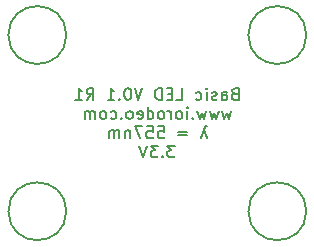
<source format=gbr>
%TF.GenerationSoftware,KiCad,Pcbnew,7.0.2-6a45011f42~172~ubuntu22.04.1*%
%TF.CreationDate,2023-09-05T10:17:09-07:00*%
%TF.ProjectId,basic_led,62617369-635f-46c6-9564-2e6b69636164,rev?*%
%TF.SameCoordinates,Original*%
%TF.FileFunction,Legend,Bot*%
%TF.FilePolarity,Positive*%
%FSLAX46Y46*%
G04 Gerber Fmt 4.6, Leading zero omitted, Abs format (unit mm)*
G04 Created by KiCad (PCBNEW 7.0.2-6a45011f42~172~ubuntu22.04.1) date 2023-09-05 10:17:09*
%MOMM*%
%LPD*%
G01*
G04 APERTURE LIST*
%ADD10C,0.150000*%
G04 APERTURE END LIST*
D10*
X69247619Y-57508809D02*
X69104762Y-57556428D01*
X69104762Y-57556428D02*
X69057143Y-57604047D01*
X69057143Y-57604047D02*
X69009524Y-57699285D01*
X69009524Y-57699285D02*
X69009524Y-57842142D01*
X69009524Y-57842142D02*
X69057143Y-57937380D01*
X69057143Y-57937380D02*
X69104762Y-57985000D01*
X69104762Y-57985000D02*
X69200000Y-58032619D01*
X69200000Y-58032619D02*
X69580952Y-58032619D01*
X69580952Y-58032619D02*
X69580952Y-57032619D01*
X69580952Y-57032619D02*
X69247619Y-57032619D01*
X69247619Y-57032619D02*
X69152381Y-57080238D01*
X69152381Y-57080238D02*
X69104762Y-57127857D01*
X69104762Y-57127857D02*
X69057143Y-57223095D01*
X69057143Y-57223095D02*
X69057143Y-57318333D01*
X69057143Y-57318333D02*
X69104762Y-57413571D01*
X69104762Y-57413571D02*
X69152381Y-57461190D01*
X69152381Y-57461190D02*
X69247619Y-57508809D01*
X69247619Y-57508809D02*
X69580952Y-57508809D01*
X68152381Y-58032619D02*
X68152381Y-57508809D01*
X68152381Y-57508809D02*
X68200000Y-57413571D01*
X68200000Y-57413571D02*
X68295238Y-57365952D01*
X68295238Y-57365952D02*
X68485714Y-57365952D01*
X68485714Y-57365952D02*
X68580952Y-57413571D01*
X68152381Y-57985000D02*
X68247619Y-58032619D01*
X68247619Y-58032619D02*
X68485714Y-58032619D01*
X68485714Y-58032619D02*
X68580952Y-57985000D01*
X68580952Y-57985000D02*
X68628571Y-57889761D01*
X68628571Y-57889761D02*
X68628571Y-57794523D01*
X68628571Y-57794523D02*
X68580952Y-57699285D01*
X68580952Y-57699285D02*
X68485714Y-57651666D01*
X68485714Y-57651666D02*
X68247619Y-57651666D01*
X68247619Y-57651666D02*
X68152381Y-57604047D01*
X67723809Y-57985000D02*
X67628571Y-58032619D01*
X67628571Y-58032619D02*
X67438095Y-58032619D01*
X67438095Y-58032619D02*
X67342857Y-57985000D01*
X67342857Y-57985000D02*
X67295238Y-57889761D01*
X67295238Y-57889761D02*
X67295238Y-57842142D01*
X67295238Y-57842142D02*
X67342857Y-57746904D01*
X67342857Y-57746904D02*
X67438095Y-57699285D01*
X67438095Y-57699285D02*
X67580952Y-57699285D01*
X67580952Y-57699285D02*
X67676190Y-57651666D01*
X67676190Y-57651666D02*
X67723809Y-57556428D01*
X67723809Y-57556428D02*
X67723809Y-57508809D01*
X67723809Y-57508809D02*
X67676190Y-57413571D01*
X67676190Y-57413571D02*
X67580952Y-57365952D01*
X67580952Y-57365952D02*
X67438095Y-57365952D01*
X67438095Y-57365952D02*
X67342857Y-57413571D01*
X66866666Y-58032619D02*
X66866666Y-57365952D01*
X66866666Y-57032619D02*
X66914285Y-57080238D01*
X66914285Y-57080238D02*
X66866666Y-57127857D01*
X66866666Y-57127857D02*
X66819047Y-57080238D01*
X66819047Y-57080238D02*
X66866666Y-57032619D01*
X66866666Y-57032619D02*
X66866666Y-57127857D01*
X65961905Y-57985000D02*
X66057143Y-58032619D01*
X66057143Y-58032619D02*
X66247619Y-58032619D01*
X66247619Y-58032619D02*
X66342857Y-57985000D01*
X66342857Y-57985000D02*
X66390476Y-57937380D01*
X66390476Y-57937380D02*
X66438095Y-57842142D01*
X66438095Y-57842142D02*
X66438095Y-57556428D01*
X66438095Y-57556428D02*
X66390476Y-57461190D01*
X66390476Y-57461190D02*
X66342857Y-57413571D01*
X66342857Y-57413571D02*
X66247619Y-57365952D01*
X66247619Y-57365952D02*
X66057143Y-57365952D01*
X66057143Y-57365952D02*
X65961905Y-57413571D01*
X64295238Y-58032619D02*
X64771428Y-58032619D01*
X64771428Y-58032619D02*
X64771428Y-57032619D01*
X63961904Y-57508809D02*
X63628571Y-57508809D01*
X63485714Y-58032619D02*
X63961904Y-58032619D01*
X63961904Y-58032619D02*
X63961904Y-57032619D01*
X63961904Y-57032619D02*
X63485714Y-57032619D01*
X63057142Y-58032619D02*
X63057142Y-57032619D01*
X63057142Y-57032619D02*
X62819047Y-57032619D01*
X62819047Y-57032619D02*
X62676190Y-57080238D01*
X62676190Y-57080238D02*
X62580952Y-57175476D01*
X62580952Y-57175476D02*
X62533333Y-57270714D01*
X62533333Y-57270714D02*
X62485714Y-57461190D01*
X62485714Y-57461190D02*
X62485714Y-57604047D01*
X62485714Y-57604047D02*
X62533333Y-57794523D01*
X62533333Y-57794523D02*
X62580952Y-57889761D01*
X62580952Y-57889761D02*
X62676190Y-57985000D01*
X62676190Y-57985000D02*
X62819047Y-58032619D01*
X62819047Y-58032619D02*
X63057142Y-58032619D01*
X61438094Y-57032619D02*
X61104761Y-58032619D01*
X61104761Y-58032619D02*
X60771428Y-57032619D01*
X60247618Y-57032619D02*
X60152380Y-57032619D01*
X60152380Y-57032619D02*
X60057142Y-57080238D01*
X60057142Y-57080238D02*
X60009523Y-57127857D01*
X60009523Y-57127857D02*
X59961904Y-57223095D01*
X59961904Y-57223095D02*
X59914285Y-57413571D01*
X59914285Y-57413571D02*
X59914285Y-57651666D01*
X59914285Y-57651666D02*
X59961904Y-57842142D01*
X59961904Y-57842142D02*
X60009523Y-57937380D01*
X60009523Y-57937380D02*
X60057142Y-57985000D01*
X60057142Y-57985000D02*
X60152380Y-58032619D01*
X60152380Y-58032619D02*
X60247618Y-58032619D01*
X60247618Y-58032619D02*
X60342856Y-57985000D01*
X60342856Y-57985000D02*
X60390475Y-57937380D01*
X60390475Y-57937380D02*
X60438094Y-57842142D01*
X60438094Y-57842142D02*
X60485713Y-57651666D01*
X60485713Y-57651666D02*
X60485713Y-57413571D01*
X60485713Y-57413571D02*
X60438094Y-57223095D01*
X60438094Y-57223095D02*
X60390475Y-57127857D01*
X60390475Y-57127857D02*
X60342856Y-57080238D01*
X60342856Y-57080238D02*
X60247618Y-57032619D01*
X59485713Y-57937380D02*
X59438094Y-57985000D01*
X59438094Y-57985000D02*
X59485713Y-58032619D01*
X59485713Y-58032619D02*
X59533332Y-57985000D01*
X59533332Y-57985000D02*
X59485713Y-57937380D01*
X59485713Y-57937380D02*
X59485713Y-58032619D01*
X58485714Y-58032619D02*
X59057142Y-58032619D01*
X58771428Y-58032619D02*
X58771428Y-57032619D01*
X58771428Y-57032619D02*
X58866666Y-57175476D01*
X58866666Y-57175476D02*
X58961904Y-57270714D01*
X58961904Y-57270714D02*
X59057142Y-57318333D01*
X56723809Y-58032619D02*
X57057142Y-57556428D01*
X57295237Y-58032619D02*
X57295237Y-57032619D01*
X57295237Y-57032619D02*
X56914285Y-57032619D01*
X56914285Y-57032619D02*
X56819047Y-57080238D01*
X56819047Y-57080238D02*
X56771428Y-57127857D01*
X56771428Y-57127857D02*
X56723809Y-57223095D01*
X56723809Y-57223095D02*
X56723809Y-57365952D01*
X56723809Y-57365952D02*
X56771428Y-57461190D01*
X56771428Y-57461190D02*
X56819047Y-57508809D01*
X56819047Y-57508809D02*
X56914285Y-57556428D01*
X56914285Y-57556428D02*
X57295237Y-57556428D01*
X55771428Y-58032619D02*
X56342856Y-58032619D01*
X56057142Y-58032619D02*
X56057142Y-57032619D01*
X56057142Y-57032619D02*
X56152380Y-57175476D01*
X56152380Y-57175476D02*
X56247618Y-57270714D01*
X56247618Y-57270714D02*
X56342856Y-57318333D01*
X68938094Y-58985952D02*
X68747618Y-59652619D01*
X68747618Y-59652619D02*
X68557142Y-59176428D01*
X68557142Y-59176428D02*
X68366666Y-59652619D01*
X68366666Y-59652619D02*
X68176190Y-58985952D01*
X67890475Y-58985952D02*
X67699999Y-59652619D01*
X67699999Y-59652619D02*
X67509523Y-59176428D01*
X67509523Y-59176428D02*
X67319047Y-59652619D01*
X67319047Y-59652619D02*
X67128571Y-58985952D01*
X66842856Y-58985952D02*
X66652380Y-59652619D01*
X66652380Y-59652619D02*
X66461904Y-59176428D01*
X66461904Y-59176428D02*
X66271428Y-59652619D01*
X66271428Y-59652619D02*
X66080952Y-58985952D01*
X65699999Y-59557380D02*
X65652380Y-59605000D01*
X65652380Y-59605000D02*
X65699999Y-59652619D01*
X65699999Y-59652619D02*
X65747618Y-59605000D01*
X65747618Y-59605000D02*
X65699999Y-59557380D01*
X65699999Y-59557380D02*
X65699999Y-59652619D01*
X65223809Y-59652619D02*
X65223809Y-58985952D01*
X65223809Y-58652619D02*
X65271428Y-58700238D01*
X65271428Y-58700238D02*
X65223809Y-58747857D01*
X65223809Y-58747857D02*
X65176190Y-58700238D01*
X65176190Y-58700238D02*
X65223809Y-58652619D01*
X65223809Y-58652619D02*
X65223809Y-58747857D01*
X64604762Y-59652619D02*
X64700000Y-59605000D01*
X64700000Y-59605000D02*
X64747619Y-59557380D01*
X64747619Y-59557380D02*
X64795238Y-59462142D01*
X64795238Y-59462142D02*
X64795238Y-59176428D01*
X64795238Y-59176428D02*
X64747619Y-59081190D01*
X64747619Y-59081190D02*
X64700000Y-59033571D01*
X64700000Y-59033571D02*
X64604762Y-58985952D01*
X64604762Y-58985952D02*
X64461905Y-58985952D01*
X64461905Y-58985952D02*
X64366667Y-59033571D01*
X64366667Y-59033571D02*
X64319048Y-59081190D01*
X64319048Y-59081190D02*
X64271429Y-59176428D01*
X64271429Y-59176428D02*
X64271429Y-59462142D01*
X64271429Y-59462142D02*
X64319048Y-59557380D01*
X64319048Y-59557380D02*
X64366667Y-59605000D01*
X64366667Y-59605000D02*
X64461905Y-59652619D01*
X64461905Y-59652619D02*
X64604762Y-59652619D01*
X63842857Y-59652619D02*
X63842857Y-58985952D01*
X63842857Y-59176428D02*
X63795238Y-59081190D01*
X63795238Y-59081190D02*
X63747619Y-59033571D01*
X63747619Y-59033571D02*
X63652381Y-58985952D01*
X63652381Y-58985952D02*
X63557143Y-58985952D01*
X63080952Y-59652619D02*
X63176190Y-59605000D01*
X63176190Y-59605000D02*
X63223809Y-59557380D01*
X63223809Y-59557380D02*
X63271428Y-59462142D01*
X63271428Y-59462142D02*
X63271428Y-59176428D01*
X63271428Y-59176428D02*
X63223809Y-59081190D01*
X63223809Y-59081190D02*
X63176190Y-59033571D01*
X63176190Y-59033571D02*
X63080952Y-58985952D01*
X63080952Y-58985952D02*
X62938095Y-58985952D01*
X62938095Y-58985952D02*
X62842857Y-59033571D01*
X62842857Y-59033571D02*
X62795238Y-59081190D01*
X62795238Y-59081190D02*
X62747619Y-59176428D01*
X62747619Y-59176428D02*
X62747619Y-59462142D01*
X62747619Y-59462142D02*
X62795238Y-59557380D01*
X62795238Y-59557380D02*
X62842857Y-59605000D01*
X62842857Y-59605000D02*
X62938095Y-59652619D01*
X62938095Y-59652619D02*
X63080952Y-59652619D01*
X61890476Y-59652619D02*
X61890476Y-58652619D01*
X61890476Y-59605000D02*
X61985714Y-59652619D01*
X61985714Y-59652619D02*
X62176190Y-59652619D01*
X62176190Y-59652619D02*
X62271428Y-59605000D01*
X62271428Y-59605000D02*
X62319047Y-59557380D01*
X62319047Y-59557380D02*
X62366666Y-59462142D01*
X62366666Y-59462142D02*
X62366666Y-59176428D01*
X62366666Y-59176428D02*
X62319047Y-59081190D01*
X62319047Y-59081190D02*
X62271428Y-59033571D01*
X62271428Y-59033571D02*
X62176190Y-58985952D01*
X62176190Y-58985952D02*
X61985714Y-58985952D01*
X61985714Y-58985952D02*
X61890476Y-59033571D01*
X61033333Y-59605000D02*
X61128571Y-59652619D01*
X61128571Y-59652619D02*
X61319047Y-59652619D01*
X61319047Y-59652619D02*
X61414285Y-59605000D01*
X61414285Y-59605000D02*
X61461904Y-59509761D01*
X61461904Y-59509761D02*
X61461904Y-59128809D01*
X61461904Y-59128809D02*
X61414285Y-59033571D01*
X61414285Y-59033571D02*
X61319047Y-58985952D01*
X61319047Y-58985952D02*
X61128571Y-58985952D01*
X61128571Y-58985952D02*
X61033333Y-59033571D01*
X61033333Y-59033571D02*
X60985714Y-59128809D01*
X60985714Y-59128809D02*
X60985714Y-59224047D01*
X60985714Y-59224047D02*
X61461904Y-59319285D01*
X60414285Y-59652619D02*
X60509523Y-59605000D01*
X60509523Y-59605000D02*
X60557142Y-59557380D01*
X60557142Y-59557380D02*
X60604761Y-59462142D01*
X60604761Y-59462142D02*
X60604761Y-59176428D01*
X60604761Y-59176428D02*
X60557142Y-59081190D01*
X60557142Y-59081190D02*
X60509523Y-59033571D01*
X60509523Y-59033571D02*
X60414285Y-58985952D01*
X60414285Y-58985952D02*
X60271428Y-58985952D01*
X60271428Y-58985952D02*
X60176190Y-59033571D01*
X60176190Y-59033571D02*
X60128571Y-59081190D01*
X60128571Y-59081190D02*
X60080952Y-59176428D01*
X60080952Y-59176428D02*
X60080952Y-59462142D01*
X60080952Y-59462142D02*
X60128571Y-59557380D01*
X60128571Y-59557380D02*
X60176190Y-59605000D01*
X60176190Y-59605000D02*
X60271428Y-59652619D01*
X60271428Y-59652619D02*
X60414285Y-59652619D01*
X59652380Y-59557380D02*
X59604761Y-59605000D01*
X59604761Y-59605000D02*
X59652380Y-59652619D01*
X59652380Y-59652619D02*
X59699999Y-59605000D01*
X59699999Y-59605000D02*
X59652380Y-59557380D01*
X59652380Y-59557380D02*
X59652380Y-59652619D01*
X58747619Y-59605000D02*
X58842857Y-59652619D01*
X58842857Y-59652619D02*
X59033333Y-59652619D01*
X59033333Y-59652619D02*
X59128571Y-59605000D01*
X59128571Y-59605000D02*
X59176190Y-59557380D01*
X59176190Y-59557380D02*
X59223809Y-59462142D01*
X59223809Y-59462142D02*
X59223809Y-59176428D01*
X59223809Y-59176428D02*
X59176190Y-59081190D01*
X59176190Y-59081190D02*
X59128571Y-59033571D01*
X59128571Y-59033571D02*
X59033333Y-58985952D01*
X59033333Y-58985952D02*
X58842857Y-58985952D01*
X58842857Y-58985952D02*
X58747619Y-59033571D01*
X58176190Y-59652619D02*
X58271428Y-59605000D01*
X58271428Y-59605000D02*
X58319047Y-59557380D01*
X58319047Y-59557380D02*
X58366666Y-59462142D01*
X58366666Y-59462142D02*
X58366666Y-59176428D01*
X58366666Y-59176428D02*
X58319047Y-59081190D01*
X58319047Y-59081190D02*
X58271428Y-59033571D01*
X58271428Y-59033571D02*
X58176190Y-58985952D01*
X58176190Y-58985952D02*
X58033333Y-58985952D01*
X58033333Y-58985952D02*
X57938095Y-59033571D01*
X57938095Y-59033571D02*
X57890476Y-59081190D01*
X57890476Y-59081190D02*
X57842857Y-59176428D01*
X57842857Y-59176428D02*
X57842857Y-59462142D01*
X57842857Y-59462142D02*
X57890476Y-59557380D01*
X57890476Y-59557380D02*
X57938095Y-59605000D01*
X57938095Y-59605000D02*
X58033333Y-59652619D01*
X58033333Y-59652619D02*
X58176190Y-59652619D01*
X57414285Y-59652619D02*
X57414285Y-58985952D01*
X57414285Y-59081190D02*
X57366666Y-59033571D01*
X57366666Y-59033571D02*
X57271428Y-58985952D01*
X57271428Y-58985952D02*
X57128571Y-58985952D01*
X57128571Y-58985952D02*
X57033333Y-59033571D01*
X57033333Y-59033571D02*
X56985714Y-59128809D01*
X56985714Y-59128809D02*
X56985714Y-59652619D01*
X56985714Y-59128809D02*
X56938095Y-59033571D01*
X56938095Y-59033571D02*
X56842857Y-58985952D01*
X56842857Y-58985952D02*
X56700000Y-58985952D01*
X56700000Y-58985952D02*
X56604761Y-59033571D01*
X56604761Y-59033571D02*
X56557142Y-59128809D01*
X56557142Y-59128809D02*
X56557142Y-59652619D01*
X66628571Y-60605952D02*
X66866666Y-61272619D01*
X66866666Y-60272619D02*
X66771428Y-60272619D01*
X66771428Y-60272619D02*
X66723809Y-60320238D01*
X66723809Y-60320238D02*
X66628571Y-60605952D01*
X66628571Y-60605952D02*
X66390476Y-61272619D01*
X65247618Y-60748809D02*
X64485714Y-60748809D01*
X64485714Y-61034523D02*
X65247618Y-61034523D01*
X62771428Y-60272619D02*
X63247618Y-60272619D01*
X63247618Y-60272619D02*
X63295237Y-60748809D01*
X63295237Y-60748809D02*
X63247618Y-60701190D01*
X63247618Y-60701190D02*
X63152380Y-60653571D01*
X63152380Y-60653571D02*
X62914285Y-60653571D01*
X62914285Y-60653571D02*
X62819047Y-60701190D01*
X62819047Y-60701190D02*
X62771428Y-60748809D01*
X62771428Y-60748809D02*
X62723809Y-60844047D01*
X62723809Y-60844047D02*
X62723809Y-61082142D01*
X62723809Y-61082142D02*
X62771428Y-61177380D01*
X62771428Y-61177380D02*
X62819047Y-61225000D01*
X62819047Y-61225000D02*
X62914285Y-61272619D01*
X62914285Y-61272619D02*
X63152380Y-61272619D01*
X63152380Y-61272619D02*
X63247618Y-61225000D01*
X63247618Y-61225000D02*
X63295237Y-61177380D01*
X61819047Y-60272619D02*
X62295237Y-60272619D01*
X62295237Y-60272619D02*
X62342856Y-60748809D01*
X62342856Y-60748809D02*
X62295237Y-60701190D01*
X62295237Y-60701190D02*
X62199999Y-60653571D01*
X62199999Y-60653571D02*
X61961904Y-60653571D01*
X61961904Y-60653571D02*
X61866666Y-60701190D01*
X61866666Y-60701190D02*
X61819047Y-60748809D01*
X61819047Y-60748809D02*
X61771428Y-60844047D01*
X61771428Y-60844047D02*
X61771428Y-61082142D01*
X61771428Y-61082142D02*
X61819047Y-61177380D01*
X61819047Y-61177380D02*
X61866666Y-61225000D01*
X61866666Y-61225000D02*
X61961904Y-61272619D01*
X61961904Y-61272619D02*
X62199999Y-61272619D01*
X62199999Y-61272619D02*
X62295237Y-61225000D01*
X62295237Y-61225000D02*
X62342856Y-61177380D01*
X61438094Y-60272619D02*
X60771428Y-60272619D01*
X60771428Y-60272619D02*
X61199999Y-61272619D01*
X60390475Y-60605952D02*
X60390475Y-61272619D01*
X60390475Y-60701190D02*
X60342856Y-60653571D01*
X60342856Y-60653571D02*
X60247618Y-60605952D01*
X60247618Y-60605952D02*
X60104761Y-60605952D01*
X60104761Y-60605952D02*
X60009523Y-60653571D01*
X60009523Y-60653571D02*
X59961904Y-60748809D01*
X59961904Y-60748809D02*
X59961904Y-61272619D01*
X59485713Y-61272619D02*
X59485713Y-60605952D01*
X59485713Y-60701190D02*
X59438094Y-60653571D01*
X59438094Y-60653571D02*
X59342856Y-60605952D01*
X59342856Y-60605952D02*
X59199999Y-60605952D01*
X59199999Y-60605952D02*
X59104761Y-60653571D01*
X59104761Y-60653571D02*
X59057142Y-60748809D01*
X59057142Y-60748809D02*
X59057142Y-61272619D01*
X59057142Y-60748809D02*
X59009523Y-60653571D01*
X59009523Y-60653571D02*
X58914285Y-60605952D01*
X58914285Y-60605952D02*
X58771428Y-60605952D01*
X58771428Y-60605952D02*
X58676189Y-60653571D01*
X58676189Y-60653571D02*
X58628570Y-60748809D01*
X58628570Y-60748809D02*
X58628570Y-61272619D01*
X64176189Y-61892619D02*
X63557142Y-61892619D01*
X63557142Y-61892619D02*
X63890475Y-62273571D01*
X63890475Y-62273571D02*
X63747618Y-62273571D01*
X63747618Y-62273571D02*
X63652380Y-62321190D01*
X63652380Y-62321190D02*
X63604761Y-62368809D01*
X63604761Y-62368809D02*
X63557142Y-62464047D01*
X63557142Y-62464047D02*
X63557142Y-62702142D01*
X63557142Y-62702142D02*
X63604761Y-62797380D01*
X63604761Y-62797380D02*
X63652380Y-62845000D01*
X63652380Y-62845000D02*
X63747618Y-62892619D01*
X63747618Y-62892619D02*
X64033332Y-62892619D01*
X64033332Y-62892619D02*
X64128570Y-62845000D01*
X64128570Y-62845000D02*
X64176189Y-62797380D01*
X63128570Y-62797380D02*
X63080951Y-62845000D01*
X63080951Y-62845000D02*
X63128570Y-62892619D01*
X63128570Y-62892619D02*
X63176189Y-62845000D01*
X63176189Y-62845000D02*
X63128570Y-62797380D01*
X63128570Y-62797380D02*
X63128570Y-62892619D01*
X62747618Y-61892619D02*
X62128571Y-61892619D01*
X62128571Y-61892619D02*
X62461904Y-62273571D01*
X62461904Y-62273571D02*
X62319047Y-62273571D01*
X62319047Y-62273571D02*
X62223809Y-62321190D01*
X62223809Y-62321190D02*
X62176190Y-62368809D01*
X62176190Y-62368809D02*
X62128571Y-62464047D01*
X62128571Y-62464047D02*
X62128571Y-62702142D01*
X62128571Y-62702142D02*
X62176190Y-62797380D01*
X62176190Y-62797380D02*
X62223809Y-62845000D01*
X62223809Y-62845000D02*
X62319047Y-62892619D01*
X62319047Y-62892619D02*
X62604761Y-62892619D01*
X62604761Y-62892619D02*
X62699999Y-62845000D01*
X62699999Y-62845000D02*
X62747618Y-62797380D01*
X61842856Y-61892619D02*
X61509523Y-62892619D01*
X61509523Y-62892619D02*
X61176190Y-61892619D01*
%TO.C,M1*%
X54990000Y-52540000D02*
G75*
G03*
X54990000Y-52540000I-2450000J0D01*
G01*
%TO.C,M2*%
X75310000Y-52540000D02*
G75*
G03*
X75310000Y-52540000I-2450000J0D01*
G01*
%TO.C,M3*%
X75310000Y-67460000D02*
G75*
G03*
X75310000Y-67460000I-2450000J0D01*
G01*
%TO.C,M4*%
X54990000Y-67460000D02*
G75*
G03*
X54990000Y-67460000I-2450000J0D01*
G01*
%TD*%
M02*

</source>
